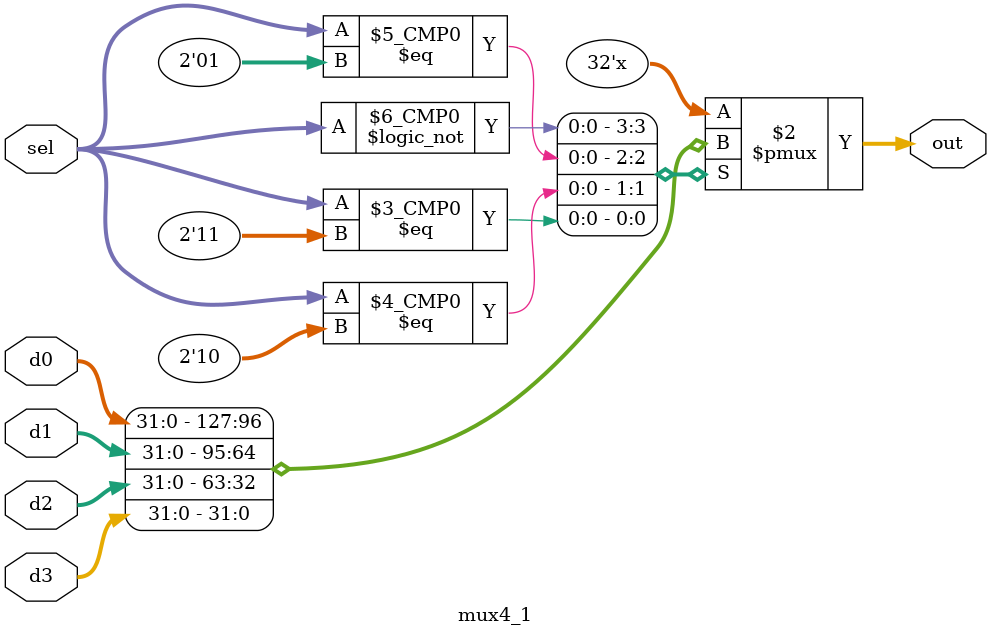
<source format=v>
module mux4_1
(
	d0,
	d1,
	d2,
	d3,
	sel,
	out
);

	parameter n = 32;

	input [n-1:0] d0, d1, d2, d3;
	input [1:0] sel;
	output reg [n-1:0] out;

	always @(*)
	begin
		case (sel)
		2'b00 : out <= d0;
		2'b01 : out <= d1;
		2'b10 : out <= d2;
		2'b11 : out <= d3;
		endcase
	end

endmodule

</source>
